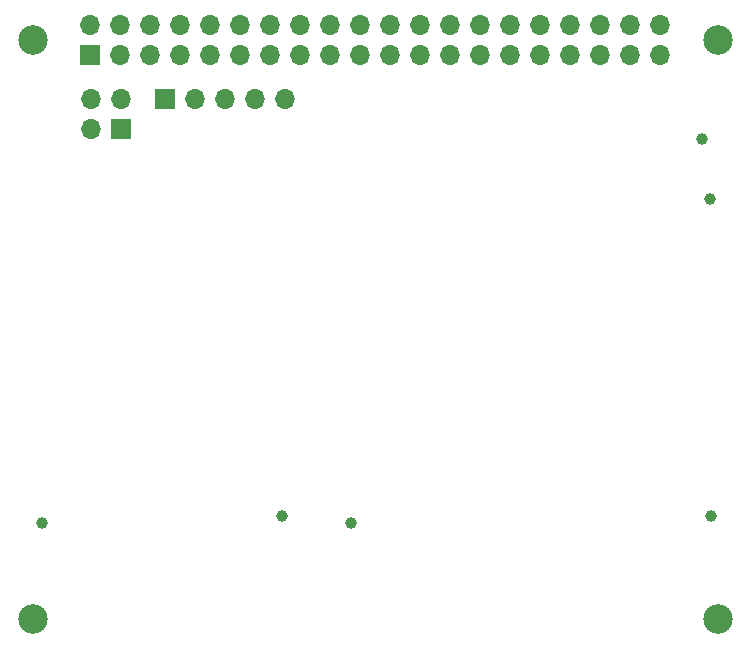
<source format=gbs>
G04 #@! TF.GenerationSoftware,KiCad,Pcbnew,5.0.0-rc2+dfsg1-3*
G04 #@! TF.CreationDate,2018-06-30T12:01:17+02:00*
G04 #@! TF.ProjectId,alpha,616C7068612E6B696361645F70636200,rev?*
G04 #@! TF.SameCoordinates,Original*
G04 #@! TF.FileFunction,Soldermask,Bot*
G04 #@! TF.FilePolarity,Negative*
%FSLAX46Y46*%
G04 Gerber Fmt 4.6, Leading zero omitted, Abs format (unit mm)*
G04 Created by KiCad (PCBNEW 5.0.0-rc2+dfsg1-3) date Sat Jun 30 12:01:17 2018*
%MOMM*%
%LPD*%
G01*
G04 APERTURE LIST*
%ADD10C,1.000000*%
%ADD11R,1.700000X1.700000*%
%ADD12O,1.700000X1.700000*%
%ADD13C,2.500000*%
G04 APERTURE END LIST*
D10*
G04 #@! TO.C,P2*
X204318000Y-138396000D03*
X224638000Y-137796000D03*
G04 #@! TD*
G04 #@! TO.C,P4*
X260811000Y-110998000D03*
X260211000Y-105918000D03*
G04 #@! TD*
G04 #@! TO.C,P1*
X230480000Y-138396000D03*
X260960000Y-137796000D03*
G04 #@! TD*
D11*
G04 #@! TO.C,P3*
X208370000Y-98770000D03*
D12*
X208370000Y-96230000D03*
X210910000Y-98770000D03*
X210910000Y-96230000D03*
X213450000Y-98770000D03*
X213450000Y-96230000D03*
X215990000Y-98770000D03*
X215990000Y-96230000D03*
X218530000Y-98770000D03*
X218530000Y-96230000D03*
X221070000Y-98770000D03*
X221070000Y-96230000D03*
X223610000Y-98770000D03*
X223610000Y-96230000D03*
X226150000Y-98770000D03*
X226150000Y-96230000D03*
X228690000Y-98770000D03*
X228690000Y-96230000D03*
X231230000Y-98770000D03*
X231230000Y-96230000D03*
X233770000Y-98770000D03*
X233770000Y-96230000D03*
X236310000Y-98770000D03*
X236310000Y-96230000D03*
X238850000Y-98770000D03*
X238850000Y-96230000D03*
X241390000Y-98770000D03*
X241390000Y-96230000D03*
X243930000Y-98770000D03*
X243930000Y-96230000D03*
X246470000Y-98770000D03*
X246470000Y-96230000D03*
X249010000Y-98770000D03*
X249010000Y-96230000D03*
X251550000Y-98770000D03*
X251550000Y-96230000D03*
X254090000Y-98770000D03*
X254090000Y-96230000D03*
X256630000Y-98770000D03*
X256630000Y-96230000D03*
G04 #@! TD*
D11*
G04 #@! TO.C,J1*
X211000000Y-105040000D03*
D12*
X208460000Y-105040000D03*
X211000000Y-102500000D03*
X208460000Y-102500000D03*
G04 #@! TD*
D11*
G04 #@! TO.C,J2*
X214710000Y-102500000D03*
D12*
X217250000Y-102500000D03*
X219790000Y-102500000D03*
X222330000Y-102500000D03*
X224870000Y-102500000D03*
G04 #@! TD*
D13*
G04 #@! TO.C,MK1*
X203500000Y-97500000D03*
G04 #@! TD*
G04 #@! TO.C,MK2*
X261500000Y-97500000D03*
G04 #@! TD*
G04 #@! TO.C,MK3*
X203500000Y-146500000D03*
G04 #@! TD*
G04 #@! TO.C,MK4*
X261500000Y-146500000D03*
G04 #@! TD*
M02*

</source>
